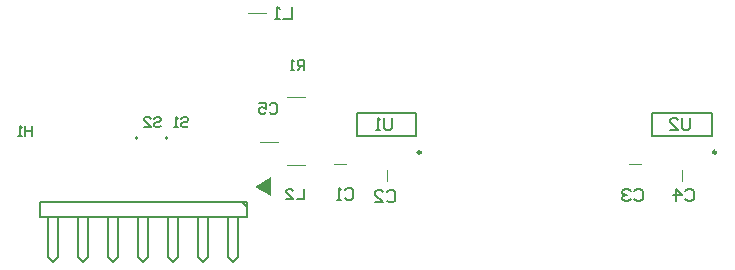
<source format=gbo>
G04 Layer_Color=32896*
%FSLAX23Y23*%
%MOIN*%
G70*
G01*
G75*
%ADD28C,0.008*%
%ADD29C,0.005*%
%ADD44C,0.006*%
%ADD45C,0.010*%
%ADD46C,0.004*%
G36*
X403Y-365D02*
X348Y-335D01*
X403Y-300D01*
Y-365D01*
D02*
G37*
D28*
X306Y-385D02*
X323Y-402D01*
X-370Y-385D02*
X323D01*
X-341Y-568D02*
Y-435D01*
Y-568D02*
X-324Y-585D01*
X-308Y-568D01*
Y-435D01*
X-241Y-568D02*
Y-435D01*
Y-568D02*
X-224Y-585D01*
X-208Y-568D01*
Y-435D01*
X-141Y-568D02*
Y-435D01*
Y-568D02*
X-124Y-585D01*
X-108Y-568D01*
Y-435D01*
X-41Y-568D02*
Y-435D01*
Y-568D02*
X-24Y-585D01*
X-8Y-568D01*
Y-435D01*
X59Y-568D02*
Y-435D01*
Y-568D02*
X76Y-585D01*
X92Y-568D01*
Y-435D01*
X159Y-568D02*
Y-435D01*
Y-568D02*
X176Y-585D01*
X192Y-568D01*
Y-435D01*
X259Y-568D02*
Y-435D01*
Y-568D02*
X276Y-585D01*
X292Y-568D01*
Y-435D01*
X-370D02*
Y-385D01*
Y-435D02*
X323D01*
Y-385D01*
X689Y-164D02*
X886D01*
X689Y-86D02*
X886D01*
Y-164D02*
Y-86D01*
X689Y-164D02*
Y-86D01*
X1673Y-164D02*
Y-86D01*
X1870Y-164D02*
Y-86D01*
X1673D02*
X1870D01*
X1673Y-164D02*
X1870D01*
D29*
X12Y-106D02*
X18Y-100D01*
X29D01*
X35Y-106D01*
Y-112D01*
X29Y-118D01*
X18D01*
X12Y-123D01*
Y-129D01*
X18Y-135D01*
X29D01*
X35Y-129D01*
X-23Y-135D02*
X0D01*
X-23Y-112D01*
Y-106D01*
X-17Y-100D01*
X-6D01*
X0Y-106D01*
X103D02*
X109Y-100D01*
X120D01*
X126Y-106D01*
Y-112D01*
X120Y-118D01*
X109D01*
X103Y-123D01*
Y-129D01*
X109Y-135D01*
X120D01*
X126Y-129D01*
X91Y-135D02*
X79D01*
X85D01*
Y-100D01*
X91Y-106D01*
X397Y-61D02*
X403Y-55D01*
X414D01*
X420Y-61D01*
Y-84D01*
X414Y-90D01*
X403D01*
X397Y-84D01*
X362Y-55D02*
X385D01*
Y-73D01*
X373Y-67D01*
X368D01*
X362Y-73D01*
Y-84D01*
X368Y-90D01*
X379D01*
X385Y-84D01*
X513Y56D02*
Y91D01*
X496D01*
X490Y86D01*
Y74D01*
X496Y68D01*
X513D01*
X502D02*
X490Y56D01*
X479D02*
X467D01*
X473D01*
Y91D01*
X479Y86D01*
X1797Y-105D02*
Y-138D01*
X1790Y-145D01*
X1777D01*
X1770Y-138D01*
Y-105D01*
X1730Y-145D02*
X1757D01*
X1730Y-118D01*
Y-112D01*
X1737Y-105D01*
X1750D01*
X1757Y-112D01*
X805Y-105D02*
Y-138D01*
X798Y-145D01*
X785D01*
X778Y-138D01*
Y-105D01*
X765Y-145D02*
X752D01*
X758D01*
Y-105D01*
X765Y-112D01*
X1783Y-347D02*
X1790Y-340D01*
X1803D01*
X1810Y-347D01*
Y-373D01*
X1803Y-380D01*
X1790D01*
X1783Y-373D01*
X1750Y-380D02*
Y-340D01*
X1770Y-360D01*
X1743D01*
X1613Y-347D02*
X1620Y-340D01*
X1633D01*
X1640Y-347D01*
Y-373D01*
X1633Y-380D01*
X1620D01*
X1613Y-373D01*
X1600Y-347D02*
X1593Y-340D01*
X1580D01*
X1573Y-347D01*
Y-353D01*
X1580Y-360D01*
X1587D01*
X1580D01*
X1573Y-367D01*
Y-373D01*
X1580Y-380D01*
X1593D01*
X1600Y-373D01*
X648Y-343D02*
X655Y-336D01*
X668D01*
X675Y-343D01*
Y-369D01*
X668Y-376D01*
X655D01*
X648Y-369D01*
X635Y-376D02*
X622D01*
X628D01*
Y-336D01*
X635Y-343D01*
X789Y-352D02*
X796Y-345D01*
X809D01*
X816Y-352D01*
Y-379D01*
X809Y-385D01*
X796D01*
X789Y-379D01*
X749Y-385D02*
X776D01*
X749Y-359D01*
Y-352D01*
X756Y-345D01*
X769D01*
X776Y-352D01*
X470Y265D02*
Y225D01*
X443D01*
X430D02*
X416D01*
X423D01*
Y265D01*
X430Y258D01*
X510Y-340D02*
Y-375D01*
X487D01*
X452D02*
X475D01*
X452Y-352D01*
Y-346D01*
X458Y-340D01*
X469D01*
X475Y-346D01*
X-394Y-130D02*
Y-165D01*
Y-148D01*
X-418D01*
Y-130D01*
Y-165D01*
X-429D02*
X-441D01*
X-435D01*
Y-130D01*
X-429Y-136D01*
D44*
X57Y-170D02*
G03*
X57Y-170I-3J0D01*
G01*
X-44D02*
G03*
X-44Y-170I-3J0D01*
G01*
D45*
X901Y-218D02*
G03*
X901Y-218I-5J0D01*
G01*
X1885D02*
G03*
X1885Y-218I-5J0D01*
G01*
D46*
X365Y-185D02*
X425D01*
X455Y-35D02*
X515D01*
X1594Y-256D02*
X1634D01*
X610D02*
X650D01*
X787Y-315D02*
Y-276D01*
X1772Y-315D02*
Y-276D01*
X325Y245D02*
X384D01*
X455Y-260D02*
X515D01*
M02*

</source>
